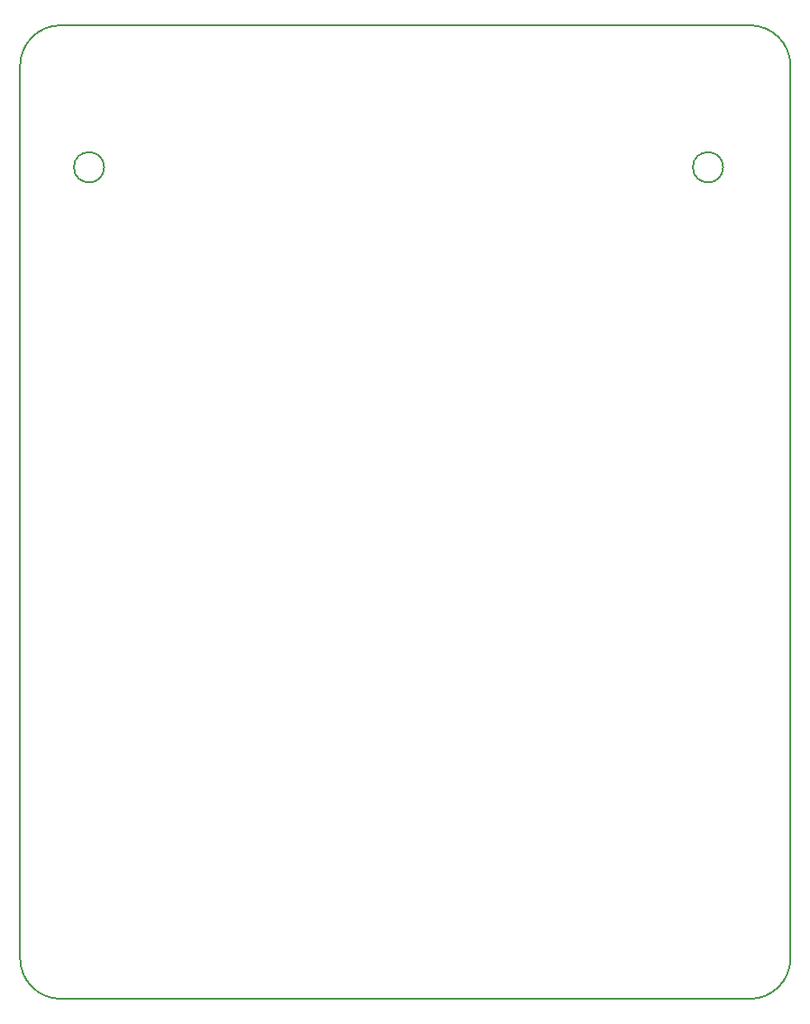
<source format=gbr>
%TF.GenerationSoftware,KiCad,Pcbnew,(6.0.6-0)*%
%TF.CreationDate,2022-07-13T00:54:32+01:00*%
%TF.ProjectId,pedal-pi-Robin,70656461-6c2d-4706-992d-526f62696e2e,rev?*%
%TF.SameCoordinates,Original*%
%TF.FileFunction,Profile,NP*%
%FSLAX46Y46*%
G04 Gerber Fmt 4.6, Leading zero omitted, Abs format (unit mm)*
G04 Created by KiCad (PCBNEW (6.0.6-0)) date 2022-07-13 00:54:32*
%MOMM*%
%LPD*%
G01*
G04 APERTURE LIST*
%TA.AperFunction,Profile*%
%ADD10C,0.150000*%
%TD*%
G04 APERTURE END LIST*
D10*
X176552903Y-66675000D02*
G75*
G03*
X176552903Y-66675000I-1419903J0D01*
G01*
X179070000Y-144780000D02*
G75*
G03*
X182880000Y-140970000I0J3810000D01*
G01*
X110490000Y-57150000D02*
X110490000Y-140970000D01*
X182880000Y-57150000D02*
X182880000Y-140970000D01*
X110490000Y-140970000D02*
G75*
G03*
X114300000Y-144780000I3810000J0D01*
G01*
X179070000Y-53340000D02*
X114300000Y-53340000D01*
X182880000Y-57150000D02*
G75*
G03*
X179070000Y-53340000I-3810000J0D01*
G01*
X179070000Y-144780000D02*
X114300000Y-144780000D01*
X118386903Y-66675000D02*
G75*
G03*
X118386903Y-66675000I-1419903J0D01*
G01*
X114300000Y-53340000D02*
G75*
G03*
X110490000Y-57150000I0J-3810000D01*
G01*
M02*

</source>
